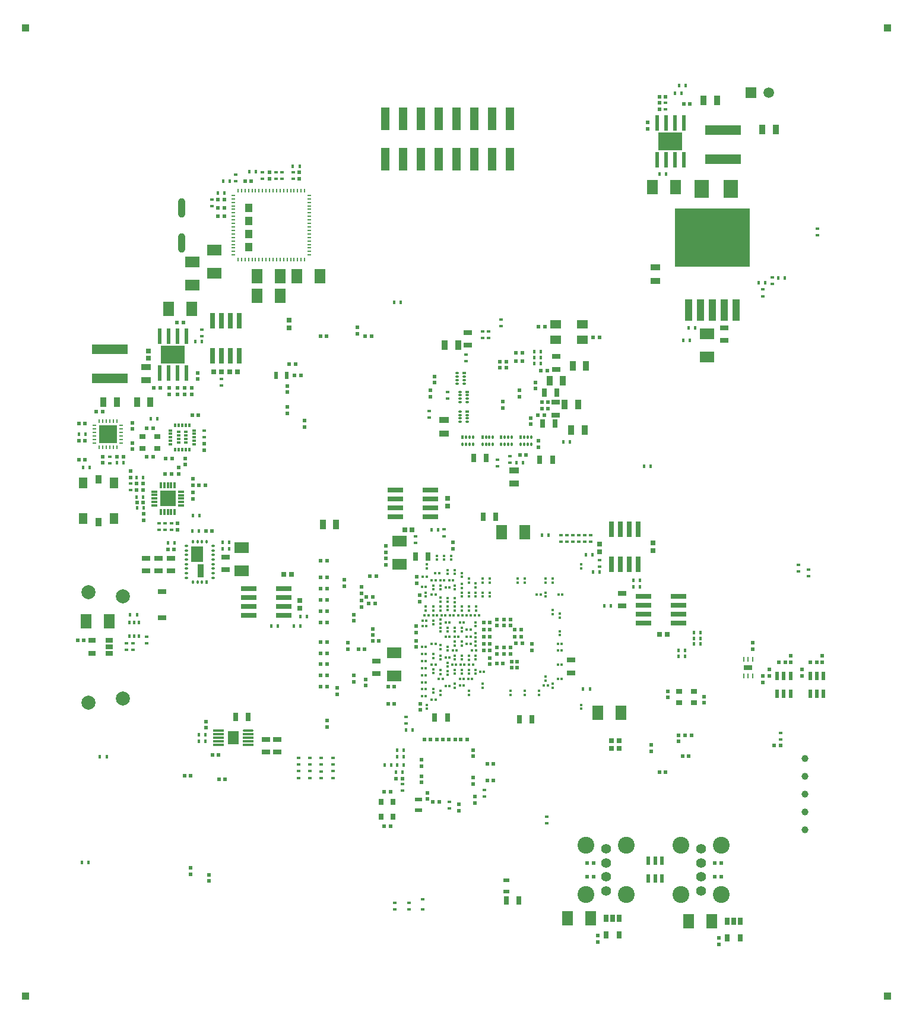
<source format=gbp>
G04 (created by PCBNEW (2013-07-07 BZR 4022)-stable) date 10/02/2015 04:29:17*
%MOIN*%
G04 Gerber Fmt 3.4, Leading zero omitted, Abs format*
%FSLAX34Y34*%
G01*
G70*
G90*
G04 APERTURE LIST*
%ADD10C,0.00590551*%
%ADD11R,0.0195X0.0195*%
%ADD12R,0.0392X0.0392*%
%ADD13R,0.0394X0.0217*%
%ADD14R,0.0217X0.0394*%
%ADD15R,0.0354331X0.019685*%
%ADD16R,0.0492126X0.0314961*%
%ADD17R,0.0314961X0.0492126*%
%ADD18R,0.023622X0.011811*%
%ADD19R,0.011811X0.023622*%
%ADD20R,0.0472X0.0591*%
%ADD21R,0.0354331X0.0472441*%
%ADD22R,0.0590551X0.0472441*%
%ADD23R,0.0118X0.0374*%
%ADD24R,0.0374X0.0118*%
%ADD25R,0.0886X0.0886*%
%ADD26R,0.0597X0.0597*%
%ADD27C,0.0597*%
%ADD28R,0.0137795X0.011811*%
%ADD29R,0.011811X0.0137795*%
%ADD30R,0.0276X0.0866*%
%ADD31R,0.0866X0.0276*%
%ADD32R,0.06X0.08*%
%ADD33R,0.08X0.06*%
%ADD34R,0.0708661X0.0885827*%
%ADD35R,0.0354331X0.0748031*%
%ADD36O,0.023622X0.011811*%
%ADD37O,0.011811X0.023622*%
%ADD38C,0.0787402*%
%ADD39R,0.0472441X0.0275591*%
%ADD40R,0.019685X0.015748*%
%ADD41R,0.0629921X0.011811*%
%ADD42O,0.0629921X0.011811*%
%ADD43R,0.061811X0.0740157*%
%ADD44R,0.0236X0.0472*%
%ADD45R,0.0275X0.0314*%
%ADD46R,0.0314X0.0275*%
%ADD47R,0.0195X0.0175*%
%ADD48R,0.0175X0.0195*%
%ADD49O,0.0235X0.0117*%
%ADD50R,0.0235X0.0117*%
%ADD51O,0.0117X0.0235*%
%ADD52R,0.0117X0.0235*%
%ADD53R,0.0275591X0.0393701*%
%ADD54R,0.0393701X0.0275591*%
%ADD55R,0.0787X0.0984*%
%ADD56R,0.0354X0.0551*%
%ADD57R,0.0236X0.0866*%
%ADD58R,0.1339X0.1008*%
%ADD59R,0.2039X0.0563*%
%ADD60R,0.0114X0.0283*%
%ADD61R,0.0472X0.0295*%
%ADD62R,0.042126X0.120079*%
%ADD63R,0.419685X0.329921*%
%ADD64R,0.0551X0.0354*%
%ADD65R,0.0165354X0.023622*%
%ADD66C,0.0393701*%
%ADD67C,0.0944882*%
%ADD68C,0.0551181*%
%ADD69O,0.023622X0.00984252*%
%ADD70O,0.00984252X0.023622*%
%ADD71R,0.0413386X0.0472441*%
%ADD72R,0.023622X0.00984252*%
%ADD73R,0.0354331X0.0259843*%
%ADD74R,0.0259843X0.0354331*%
%ADD75R,0.00984252X0.023622*%
%ADD76R,0.102362X0.102362*%
%ADD77R,0.0511811X0.125984*%
%ADD78O,0.0393701X0.110236*%
G04 APERTURE END LIST*
G54D10*
G54D11*
X77086Y-57539D03*
X77440Y-57539D03*
G54D12*
X67322Y-86220D03*
X115748Y-86220D03*
X115748Y-31889D03*
G54D13*
X89409Y-75792D03*
X89409Y-75192D03*
G54D14*
X81412Y-51377D03*
X82012Y-51377D03*
G54D15*
X94330Y-80354D03*
X94330Y-79724D03*
G54D16*
X75511Y-62362D03*
X75511Y-61653D03*
X74803Y-62362D03*
X74803Y-61653D03*
X74094Y-62362D03*
X74094Y-61653D03*
X78582Y-61574D03*
X78582Y-62283D03*
G54D17*
X94330Y-80866D03*
X95039Y-80866D03*
G54D18*
X75944Y-55157D03*
X75944Y-54763D03*
X75944Y-54566D03*
X75944Y-54960D03*
X76338Y-54763D03*
X76338Y-55157D03*
X76338Y-54566D03*
G54D19*
X75748Y-55541D03*
X75944Y-55541D03*
X76338Y-55541D03*
X76141Y-55541D03*
X76535Y-55541D03*
X76535Y-54183D03*
X76141Y-54183D03*
X76338Y-54183D03*
X75944Y-54183D03*
X75748Y-54183D03*
G54D18*
X76820Y-55255D03*
X76820Y-55059D03*
X76820Y-54665D03*
X76820Y-54862D03*
X76820Y-54468D03*
X75462Y-54468D03*
X75462Y-54862D03*
X75462Y-54665D03*
X75462Y-55059D03*
X75462Y-55255D03*
X76338Y-54960D03*
G54D20*
X72303Y-59425D03*
X72303Y-57425D03*
X70571Y-57425D03*
X70571Y-59425D03*
G54D21*
X71437Y-57224D03*
X71437Y-59625D03*
G54D22*
X97106Y-48523D03*
X97106Y-49389D03*
X98602Y-49389D03*
X98602Y-48523D03*
G54D23*
X75716Y-57539D03*
X75520Y-57539D03*
X75323Y-57539D03*
X75126Y-57539D03*
X74929Y-57539D03*
G54D24*
X74567Y-57901D03*
X74567Y-58098D03*
X74567Y-58295D03*
X74567Y-58492D03*
X74567Y-58688D03*
G54D23*
X74929Y-59055D03*
X75126Y-59055D03*
X75323Y-59055D03*
X75520Y-59055D03*
X75716Y-59055D03*
G54D24*
X76083Y-58692D03*
X76083Y-58496D03*
X76083Y-58299D03*
X76083Y-58102D03*
X76083Y-57905D03*
G54D25*
X75326Y-58299D03*
G54D26*
X108083Y-35511D03*
G54D27*
X109083Y-35511D03*
G54D28*
X91830Y-67903D03*
X91830Y-68120D03*
G54D29*
X90541Y-68405D03*
X90757Y-68405D03*
G54D28*
X91830Y-66328D03*
X91830Y-66545D03*
G54D29*
X91151Y-67224D03*
X90935Y-67224D03*
G54D28*
X90649Y-63179D03*
X90649Y-63395D03*
G54D29*
X89812Y-63257D03*
X89596Y-63257D03*
X91722Y-65255D03*
X91938Y-65255D03*
X92116Y-65649D03*
X92332Y-65649D03*
G54D28*
X95374Y-69301D03*
X95374Y-69084D03*
X94586Y-69084D03*
X94586Y-69301D03*
G54D29*
X90364Y-63681D03*
X90147Y-63681D03*
X91151Y-66043D03*
X90935Y-66043D03*
G54D28*
X92224Y-63001D03*
X92224Y-62785D03*
X89862Y-62214D03*
X89862Y-61998D03*
X90649Y-67116D03*
X90649Y-67332D03*
X93405Y-63001D03*
X93405Y-62785D03*
X96948Y-68907D03*
X96948Y-68690D03*
X93011Y-63001D03*
X93011Y-62785D03*
G54D29*
X91131Y-62893D03*
X91348Y-62893D03*
G54D28*
X95374Y-63001D03*
X95374Y-62785D03*
X96948Y-63001D03*
X96948Y-62785D03*
X96555Y-63001D03*
X96555Y-62785D03*
X94980Y-63001D03*
X94980Y-62785D03*
X93011Y-68690D03*
X93011Y-68907D03*
G54D29*
X97234Y-67618D03*
X97450Y-67618D03*
X97234Y-66830D03*
X97450Y-66830D03*
X97234Y-66437D03*
X97450Y-66437D03*
G54D28*
X98533Y-69872D03*
X98533Y-70088D03*
G54D29*
X91151Y-65255D03*
X90935Y-65255D03*
X91151Y-63287D03*
X90935Y-63287D03*
G54D28*
X92224Y-69084D03*
X92224Y-69301D03*
X90649Y-69084D03*
X90649Y-69301D03*
X91437Y-68907D03*
X91437Y-68690D03*
G54D29*
X97234Y-68405D03*
X97450Y-68405D03*
X91151Y-68809D03*
X90935Y-68809D03*
G54D28*
X91043Y-67726D03*
X91043Y-67509D03*
X91437Y-66328D03*
X91437Y-66545D03*
X89862Y-69872D03*
X89862Y-70088D03*
X96161Y-69084D03*
X96161Y-69301D03*
X96948Y-64773D03*
X96948Y-64557D03*
X97342Y-65738D03*
X97342Y-65954D03*
X97342Y-64970D03*
X97342Y-64753D03*
G54D29*
X97261Y-63669D03*
X97478Y-63669D03*
G54D28*
X98543Y-62214D03*
X98543Y-61998D03*
X91830Y-63789D03*
X91830Y-63572D03*
X96555Y-68297D03*
X96555Y-68513D03*
X96555Y-63789D03*
X96555Y-63572D03*
G54D29*
X91722Y-68405D03*
X91938Y-68405D03*
X96053Y-63681D03*
X96269Y-63681D03*
G54D28*
X92224Y-63789D03*
X92224Y-63572D03*
G54D29*
X91938Y-68799D03*
X91722Y-68799D03*
X96446Y-68799D03*
X96663Y-68799D03*
G54D30*
X79330Y-50275D03*
X78830Y-50275D03*
X78330Y-50275D03*
X77830Y-50275D03*
X77830Y-48306D03*
X78330Y-48306D03*
X78830Y-48306D03*
X79330Y-48306D03*
G54D31*
X81850Y-63346D03*
X81850Y-63846D03*
X81850Y-64346D03*
X81850Y-64846D03*
X79881Y-64846D03*
X79881Y-64346D03*
X79881Y-63846D03*
X79881Y-63346D03*
X90066Y-57811D03*
X90066Y-58311D03*
X90066Y-58811D03*
X90066Y-59311D03*
X88097Y-59311D03*
X88097Y-58811D03*
X88097Y-58311D03*
X88097Y-57811D03*
G54D30*
X101742Y-61978D03*
X101242Y-61978D03*
X100742Y-61978D03*
X100242Y-61978D03*
X100242Y-60009D03*
X100742Y-60009D03*
X101242Y-60009D03*
X101742Y-60009D03*
G54D16*
X106574Y-48720D03*
X106574Y-49429D03*
G54D32*
X80334Y-45826D03*
X81634Y-45826D03*
X80334Y-46929D03*
X81634Y-46929D03*
G54D33*
X76692Y-46319D03*
X76692Y-45019D03*
X77952Y-45650D03*
X77952Y-44350D03*
G54D34*
X76988Y-61407D03*
G54D35*
X77165Y-62362D03*
G54D36*
X77874Y-62490D03*
X77874Y-62746D03*
X77874Y-61978D03*
X77874Y-62234D03*
X77874Y-61722D03*
X77874Y-61466D03*
X76377Y-60954D03*
X76377Y-61210D03*
X76377Y-61722D03*
X76377Y-61466D03*
X76377Y-62490D03*
X76377Y-62746D03*
G54D37*
X77509Y-60708D03*
X77253Y-60708D03*
X76742Y-62992D03*
X76998Y-62992D03*
G54D36*
X77874Y-60954D03*
X77874Y-61210D03*
X76377Y-62234D03*
X76377Y-61978D03*
G54D37*
X77253Y-62992D03*
G54D19*
X77509Y-62992D03*
G54D37*
X76998Y-60708D03*
X76742Y-60708D03*
G54D11*
X75334Y-61141D03*
X75688Y-61141D03*
G54D17*
X79842Y-70551D03*
X79133Y-70551D03*
G54D16*
X81456Y-71811D03*
X81456Y-72519D03*
X80826Y-71811D03*
X80826Y-72519D03*
G54D28*
X91043Y-65757D03*
X91043Y-65541D03*
G54D29*
X91437Y-66043D03*
X91653Y-66043D03*
G54D28*
X90255Y-65364D03*
X90255Y-65147D03*
X89812Y-64576D03*
X89812Y-64360D03*
G54D29*
X89753Y-64862D03*
X89970Y-64862D03*
G54D28*
X91830Y-65757D03*
X91830Y-65541D03*
G54D29*
X90226Y-64862D03*
X90442Y-64862D03*
X90561Y-62500D03*
X90344Y-62500D03*
G54D28*
X91830Y-64360D03*
X91830Y-64576D03*
G54D29*
X91387Y-64862D03*
X91171Y-64862D03*
G54D28*
X90649Y-64576D03*
X90649Y-64360D03*
G54D29*
X91643Y-64862D03*
X91860Y-64862D03*
X90147Y-62893D03*
X90364Y-62893D03*
X89625Y-65147D03*
X89842Y-65147D03*
G54D28*
X91437Y-65757D03*
X91437Y-65541D03*
X90255Y-64576D03*
X90255Y-64360D03*
X91437Y-63179D03*
X91437Y-63395D03*
X91240Y-61515D03*
X91240Y-61732D03*
X90255Y-63179D03*
X90255Y-63395D03*
G54D29*
X90629Y-62893D03*
X90846Y-62893D03*
G54D28*
X91437Y-64104D03*
X91437Y-63887D03*
X90452Y-61515D03*
X90452Y-61732D03*
G54D29*
X89645Y-62696D03*
X89862Y-62696D03*
G54D28*
X91043Y-62519D03*
X91043Y-62303D03*
X89812Y-63789D03*
X89812Y-63572D03*
X90846Y-61515D03*
X90846Y-61732D03*
X91043Y-64566D03*
X91043Y-64350D03*
X92647Y-64576D03*
X92647Y-64360D03*
X93405Y-63572D03*
X93405Y-63789D03*
X93011Y-63572D03*
X93011Y-63789D03*
X92224Y-64576D03*
X92224Y-64360D03*
X92618Y-63277D03*
X92618Y-63061D03*
X92618Y-63789D03*
X92618Y-63572D03*
X91830Y-62480D03*
X91830Y-62696D03*
X91830Y-63316D03*
X91830Y-63100D03*
G54D29*
X92116Y-64862D03*
X92332Y-64862D03*
G54D28*
X91437Y-62519D03*
X91437Y-62303D03*
X90649Y-64074D03*
X90649Y-63858D03*
X91437Y-64576D03*
X91437Y-64360D03*
X90649Y-65757D03*
X90649Y-65541D03*
X91043Y-64094D03*
X91043Y-63877D03*
X91830Y-67332D03*
X91830Y-67116D03*
X92224Y-67342D03*
X92224Y-67125D03*
X91043Y-67982D03*
X91043Y-68198D03*
X92618Y-68120D03*
X92618Y-67903D03*
G54D29*
X89596Y-68996D03*
X89812Y-68996D03*
X92411Y-68405D03*
X92194Y-68405D03*
G54D28*
X90255Y-69192D03*
X90255Y-68976D03*
G54D29*
X93080Y-68011D03*
X92864Y-68011D03*
X90147Y-69586D03*
X90364Y-69586D03*
X89596Y-68208D03*
X89812Y-68208D03*
G54D28*
X92224Y-68120D03*
X92224Y-67903D03*
G54D29*
X91515Y-67618D03*
X91299Y-67618D03*
X92332Y-66437D03*
X92116Y-66437D03*
X92637Y-66830D03*
X92421Y-66830D03*
G54D28*
X92618Y-66072D03*
X92618Y-65856D03*
X92618Y-65236D03*
X92618Y-65452D03*
G54D29*
X92805Y-64862D03*
X92588Y-64862D03*
X90698Y-64862D03*
X90915Y-64862D03*
G54D28*
X92618Y-66545D03*
X92618Y-66328D03*
G54D29*
X89625Y-65452D03*
X89842Y-65452D03*
G54D28*
X90649Y-67933D03*
X90649Y-68149D03*
X91437Y-67332D03*
X91437Y-67116D03*
G54D29*
X89596Y-69389D03*
X89812Y-69389D03*
X89596Y-68602D03*
X89812Y-68602D03*
G54D28*
X92618Y-67116D03*
X92618Y-67332D03*
X91437Y-67903D03*
X91437Y-68120D03*
G54D29*
X89596Y-67814D03*
X89812Y-67814D03*
X91988Y-67618D03*
X91771Y-67618D03*
G54D28*
X91043Y-66830D03*
X91043Y-66614D03*
G54D29*
X89596Y-66633D03*
X89812Y-66633D03*
X90147Y-67618D03*
X90364Y-67618D03*
G54D28*
X90255Y-67244D03*
X90255Y-67027D03*
G54D29*
X89596Y-67421D03*
X89812Y-67421D03*
X90147Y-66437D03*
X90364Y-66437D03*
X92332Y-66043D03*
X92116Y-66043D03*
X91328Y-66830D03*
X91545Y-66830D03*
G54D28*
X90649Y-66742D03*
X90649Y-66525D03*
X90255Y-68090D03*
X90255Y-67874D03*
G54D29*
X89596Y-67027D03*
X89812Y-67027D03*
G54D28*
X90649Y-65088D03*
X90649Y-65305D03*
G54D29*
X92460Y-67618D03*
X92244Y-67618D03*
G54D38*
X70885Y-63562D03*
X72814Y-63799D03*
X72814Y-69507D03*
X70885Y-69744D03*
G54D39*
X75000Y-64980D03*
X75000Y-63523D03*
G54D40*
X89645Y-81348D03*
X89645Y-80777D03*
G54D41*
X78188Y-71318D03*
X78188Y-71515D03*
G54D42*
X79842Y-71318D03*
G54D41*
X79842Y-71515D03*
X79842Y-71712D03*
X79842Y-71909D03*
X79842Y-72106D03*
X78188Y-72106D03*
X78188Y-71909D03*
X78188Y-71712D03*
G54D43*
X79015Y-71712D03*
G54D44*
X102696Y-79606D03*
X102321Y-78606D03*
X103071Y-78606D03*
X102321Y-79606D03*
X102696Y-78606D03*
X103071Y-79606D03*
G54D11*
X95767Y-66456D03*
X95767Y-66810D03*
X89281Y-66633D03*
X89281Y-66279D03*
X89517Y-69803D03*
X89517Y-70157D03*
X91348Y-61121D03*
X91348Y-60767D03*
X89281Y-65452D03*
X89281Y-65806D03*
X89468Y-64074D03*
X89468Y-63720D03*
X89291Y-62697D03*
X89291Y-63051D03*
X78188Y-72696D03*
X77834Y-72696D03*
X75874Y-59700D03*
X75874Y-60054D03*
X75523Y-56905D03*
X75169Y-56905D03*
X76732Y-58306D03*
X76732Y-57952D03*
X76732Y-57539D03*
X76732Y-57185D03*
X75925Y-56909D03*
X75925Y-56555D03*
X82716Y-40354D03*
X82716Y-40000D03*
X94153Y-67559D03*
X93799Y-67559D03*
X94940Y-67795D03*
X94940Y-67441D03*
X94625Y-67795D03*
X94625Y-67441D03*
X94586Y-65078D03*
X94586Y-65432D03*
X94192Y-65078D03*
X94192Y-65432D03*
X93799Y-65078D03*
X93799Y-65432D03*
X95157Y-65649D03*
X94803Y-65649D03*
X95157Y-66043D03*
X94803Y-66043D03*
X95236Y-66427D03*
X94882Y-66427D03*
X94586Y-67007D03*
X94586Y-66653D03*
X93799Y-67007D03*
X93799Y-66653D03*
X94192Y-67007D03*
X94192Y-66653D03*
X93061Y-66437D03*
X93415Y-66437D03*
X93061Y-66830D03*
X93415Y-66830D03*
X93415Y-67244D03*
X93415Y-67598D03*
X93061Y-65246D03*
X93415Y-65246D03*
X93061Y-66043D03*
X93415Y-66043D03*
X93061Y-65649D03*
X93415Y-65649D03*
X94133Y-53208D03*
X94133Y-52854D03*
X95236Y-50590D03*
X94882Y-50590D03*
X88503Y-74015D03*
X88149Y-74015D03*
X90078Y-71811D03*
X89724Y-71811D03*
X92460Y-72401D03*
X92460Y-72755D03*
X93267Y-74133D03*
X93621Y-74133D03*
X89566Y-72952D03*
X89566Y-73306D03*
X93267Y-73188D03*
X93621Y-73188D03*
X92559Y-75019D03*
X92559Y-75373D03*
X89566Y-74232D03*
X89566Y-73878D03*
X91673Y-75452D03*
X91673Y-75806D03*
X89901Y-74803D03*
X89901Y-75157D03*
X90570Y-75314D03*
X90216Y-75314D03*
X91771Y-71811D03*
X92125Y-71811D03*
X92460Y-74310D03*
X92460Y-73956D03*
X90787Y-71811D03*
X90433Y-71811D03*
X91102Y-71811D03*
X91456Y-71811D03*
X82047Y-51968D03*
X82047Y-52322D03*
X76693Y-53622D03*
X77047Y-53622D03*
X73248Y-57106D03*
X73248Y-56752D03*
X73936Y-57460D03*
X73582Y-57460D03*
X73956Y-59153D03*
X73956Y-59507D03*
X78554Y-74066D03*
X78200Y-74066D03*
X76263Y-73854D03*
X76617Y-73854D03*
X76610Y-79385D03*
X76610Y-79031D03*
X77622Y-79759D03*
X77622Y-79405D03*
X87027Y-62637D03*
X86673Y-62637D03*
X77460Y-71161D03*
X77460Y-70807D03*
X99566Y-49251D03*
X99212Y-49251D03*
X86830Y-65610D03*
X86830Y-65964D03*
X96141Y-48661D03*
X96495Y-48661D03*
X84261Y-61771D03*
X83907Y-61771D03*
X95708Y-54123D03*
X95708Y-53769D03*
X96338Y-52893D03*
X96338Y-53247D03*
X84842Y-68927D03*
X84842Y-69281D03*
X78503Y-41968D03*
X78149Y-41968D03*
X104015Y-71574D03*
X104015Y-71928D03*
X102460Y-72480D03*
X102460Y-72126D03*
X103287Y-73641D03*
X102933Y-73641D03*
X104586Y-72755D03*
X104232Y-72755D03*
X73952Y-58515D03*
X73598Y-58515D03*
X70688Y-56102D03*
X70334Y-56102D03*
X104370Y-71574D03*
X104724Y-71574D03*
X78503Y-41515D03*
X78149Y-41515D03*
X72480Y-55944D03*
X72834Y-55944D03*
X71673Y-55945D03*
X71673Y-56299D03*
X70688Y-55039D03*
X70334Y-55039D03*
X70688Y-54074D03*
X70334Y-54074D03*
X71673Y-53405D03*
X71319Y-53405D03*
X73326Y-54389D03*
X73326Y-54035D03*
X73326Y-55177D03*
X73326Y-55531D03*
X73936Y-57814D03*
X73582Y-57814D03*
X84251Y-49192D03*
X83897Y-49192D03*
X86417Y-49192D03*
X86771Y-49192D03*
X87480Y-74763D03*
X87834Y-74763D03*
X87834Y-76692D03*
X87480Y-76692D03*
X82135Y-50757D03*
X82489Y-50757D03*
X82441Y-51377D03*
X82795Y-51377D03*
X85980Y-49035D03*
X85980Y-48681D03*
X82992Y-54271D03*
X82992Y-53917D03*
X105433Y-69405D03*
X105433Y-69759D03*
X106039Y-79519D03*
X106393Y-79519D03*
X106035Y-78755D03*
X106389Y-78755D03*
X99236Y-78740D03*
X98882Y-78740D03*
X99239Y-79531D03*
X98885Y-79531D03*
X109724Y-72165D03*
X109370Y-72165D03*
X103409Y-69460D03*
X103409Y-69106D03*
X82047Y-53149D03*
X82047Y-53503D03*
X95236Y-50118D03*
X94882Y-50118D03*
X96623Y-51112D03*
X96269Y-51112D03*
X96102Y-53622D03*
X96456Y-53622D03*
X95984Y-52125D03*
X95984Y-51771D03*
X95078Y-52234D03*
X95078Y-52588D03*
X96151Y-55059D03*
X96151Y-55413D03*
X96673Y-52893D03*
X96673Y-53247D03*
X94330Y-50944D03*
X93976Y-50944D03*
X75570Y-56043D03*
X75216Y-56043D03*
X76318Y-56043D03*
X76318Y-56397D03*
X77381Y-55216D03*
X77381Y-55570D03*
X94330Y-50610D03*
X93976Y-50610D03*
X84261Y-63346D03*
X83907Y-63346D03*
X84261Y-63976D03*
X83907Y-63976D03*
X85787Y-64803D03*
X85787Y-65157D03*
X86968Y-64192D03*
X86614Y-64192D03*
X86210Y-64369D03*
X86210Y-64015D03*
X84261Y-64606D03*
X83907Y-64606D03*
X84261Y-65236D03*
X83907Y-65236D03*
X85433Y-66751D03*
X85433Y-66397D03*
X85246Y-63208D03*
X85246Y-62854D03*
X86437Y-68445D03*
X86437Y-68799D03*
X84261Y-66968D03*
X83907Y-66968D03*
X84261Y-70748D03*
X84261Y-71102D03*
X84261Y-66338D03*
X83907Y-66338D03*
X84261Y-67598D03*
X83907Y-67598D03*
X84261Y-62716D03*
X83907Y-62716D03*
X84261Y-68228D03*
X83907Y-68228D03*
X86840Y-63818D03*
X86486Y-63818D03*
X86200Y-63267D03*
X86200Y-63621D03*
X87559Y-62007D03*
X87559Y-61653D03*
X77460Y-60118D03*
X77814Y-60118D03*
X87697Y-69803D03*
X88051Y-69803D03*
X78503Y-42460D03*
X78149Y-42460D03*
X79665Y-40472D03*
X80019Y-40472D03*
X81043Y-40354D03*
X81043Y-40000D03*
X87697Y-68858D03*
X88051Y-68858D03*
X86377Y-66751D03*
X86023Y-66751D03*
X87184Y-66299D03*
X86830Y-66299D03*
X87559Y-60964D03*
X87559Y-61318D03*
X84261Y-68858D03*
X83907Y-68858D03*
G54D45*
X78325Y-51200D03*
X77895Y-51200D03*
G54D46*
X82755Y-64447D03*
X82755Y-64017D03*
G54D45*
X81832Y-62559D03*
X82262Y-62559D03*
G54D46*
X102559Y-61209D03*
X102559Y-60779D03*
X99586Y-61297D03*
X99586Y-60867D03*
X91023Y-58288D03*
X91023Y-58718D03*
G54D45*
X89053Y-60039D03*
X88623Y-60039D03*
G54D46*
X82145Y-48718D03*
X82145Y-48288D03*
G54D45*
X78820Y-51200D03*
X79250Y-51200D03*
G54D46*
X100255Y-72301D03*
X100255Y-71871D03*
X100688Y-72301D03*
X100688Y-71871D03*
G54D47*
X88858Y-81366D03*
X88858Y-80996D03*
X88070Y-81366D03*
X88070Y-80996D03*
G54D48*
X78397Y-61102D03*
X78767Y-61102D03*
X78818Y-40480D03*
X78448Y-40480D03*
G54D47*
X79153Y-40110D03*
X79153Y-40480D03*
G54D48*
X104559Y-48720D03*
X104929Y-48720D03*
X104283Y-49429D03*
X104653Y-49429D03*
X82393Y-65452D03*
X82763Y-65452D03*
X81503Y-65452D03*
X81133Y-65452D03*
X82767Y-64921D03*
X83137Y-64921D03*
G54D47*
X78326Y-51586D03*
X78326Y-51956D03*
G54D48*
X77251Y-49468D03*
X76881Y-49468D03*
G54D47*
X77244Y-49181D03*
X77244Y-48811D03*
G54D48*
X88570Y-73248D03*
X88200Y-73248D03*
G54D47*
X73366Y-66799D03*
X73366Y-66429D03*
X72992Y-66799D03*
X72992Y-66429D03*
X75523Y-60059D03*
X75523Y-59689D03*
X75161Y-60062D03*
X75161Y-59692D03*
X74826Y-60062D03*
X74826Y-59692D03*
G54D48*
X73594Y-58818D03*
X73964Y-58818D03*
X88200Y-72421D03*
X88570Y-72421D03*
X88200Y-72795D03*
X88570Y-72795D03*
G54D47*
X94035Y-48259D03*
X94035Y-48629D03*
X94527Y-56287D03*
X94527Y-55917D03*
X91043Y-52315D03*
X91043Y-52685D03*
X93848Y-56114D03*
X93848Y-56484D03*
G54D48*
X97535Y-55102D03*
X97905Y-55102D03*
X95917Y-50708D03*
X96287Y-50708D03*
G54D47*
X93346Y-49299D03*
X93346Y-48929D03*
X93011Y-49299D03*
X93011Y-48929D03*
X90003Y-53381D03*
X90003Y-53751D03*
X92086Y-50578D03*
X92086Y-50208D03*
G54D48*
X96287Y-50039D03*
X95917Y-50039D03*
X96287Y-50374D03*
X95917Y-50374D03*
G54D47*
X109724Y-71448D03*
X109724Y-71818D03*
X97736Y-60716D03*
X97736Y-60346D03*
X98070Y-60346D03*
X98070Y-60716D03*
X97401Y-60346D03*
X97401Y-60716D03*
G54D48*
X95263Y-56279D03*
X94893Y-56279D03*
G54D47*
X99074Y-60716D03*
X99074Y-60346D03*
X98405Y-60716D03*
X98405Y-60346D03*
X98740Y-60716D03*
X98740Y-60346D03*
G54D48*
X73582Y-58208D03*
X73952Y-58208D03*
G54D47*
X89232Y-60425D03*
X89232Y-60795D03*
G54D48*
X99181Y-61456D03*
X98811Y-61456D03*
G54D47*
X96594Y-76153D03*
X96594Y-76523D03*
X99586Y-62114D03*
X99586Y-61744D03*
G54D48*
X90519Y-60039D03*
X90149Y-60039D03*
X99584Y-62421D03*
X99214Y-62421D03*
G54D47*
X90846Y-60031D03*
X90846Y-60401D03*
G54D48*
X77078Y-71909D03*
X77448Y-71909D03*
X77078Y-71555D03*
X77448Y-71555D03*
X104874Y-65826D03*
X105244Y-65826D03*
X104874Y-66141D03*
X105244Y-66141D03*
X104007Y-67145D03*
X104377Y-67145D03*
X104007Y-66830D03*
X104377Y-66830D03*
X99023Y-68996D03*
X98653Y-68996D03*
X109598Y-45905D03*
X109968Y-45905D03*
G54D47*
X109271Y-46267D03*
X109271Y-45897D03*
X108740Y-46566D03*
X108740Y-46936D03*
G54D48*
X108866Y-46200D03*
X108496Y-46200D03*
G54D47*
X111811Y-43161D03*
X111811Y-43531D03*
G54D48*
X104874Y-66456D03*
X105244Y-66456D03*
X78767Y-60748D03*
X78397Y-60748D03*
X78141Y-41141D03*
X78511Y-41141D03*
G54D47*
X81751Y-40362D03*
X81751Y-39992D03*
X82362Y-40362D03*
X82362Y-39992D03*
G54D48*
X82724Y-39665D03*
X82354Y-39665D03*
X80283Y-39960D03*
X79913Y-39960D03*
G54D47*
X77795Y-41527D03*
X77795Y-41897D03*
X81397Y-39992D03*
X81397Y-40362D03*
G54D48*
X75326Y-60787D03*
X75696Y-60787D03*
X76704Y-60118D03*
X77074Y-60118D03*
X101838Y-62874D03*
X101468Y-62874D03*
X70877Y-78716D03*
X70507Y-78716D03*
X88141Y-73641D03*
X88511Y-73641D03*
X89082Y-71283D03*
X88712Y-71283D03*
G54D47*
X88712Y-70559D03*
X88712Y-70929D03*
X93090Y-74637D03*
X93090Y-75007D03*
X91141Y-75307D03*
X91141Y-75677D03*
G54D48*
X71519Y-72783D03*
X71889Y-72783D03*
X87866Y-73251D03*
X87496Y-73251D03*
G54D47*
X84598Y-73968D03*
X84598Y-73598D03*
X83944Y-73972D03*
X83944Y-73602D03*
X83944Y-72842D03*
X83944Y-73212D03*
X83295Y-73968D03*
X83295Y-73598D03*
X83299Y-72842D03*
X83299Y-73212D03*
X82677Y-73968D03*
X82677Y-73598D03*
X82677Y-72846D03*
X82677Y-73216D03*
X84602Y-72842D03*
X84602Y-73212D03*
G54D48*
X77094Y-59251D03*
X76724Y-59251D03*
G54D47*
X77381Y-54480D03*
X77381Y-54850D03*
G54D48*
X70933Y-56535D03*
X70563Y-56535D03*
G54D47*
X73248Y-57452D03*
X73248Y-57822D03*
X88503Y-74692D03*
X88503Y-74322D03*
G54D48*
X73944Y-57106D03*
X73574Y-57106D03*
G54D49*
X91751Y-52303D03*
X91751Y-52500D03*
X91751Y-52893D03*
X92145Y-52893D03*
G54D50*
X92145Y-52303D03*
G54D49*
X91751Y-52696D03*
X92145Y-52696D03*
X92145Y-52500D03*
X91584Y-51260D03*
X91584Y-51457D03*
X91584Y-51850D03*
X91978Y-51850D03*
G54D50*
X91978Y-51260D03*
G54D49*
X91584Y-51653D03*
X91978Y-51653D03*
X91978Y-51457D03*
G54D51*
X95138Y-55256D03*
X95335Y-55256D03*
X95728Y-55256D03*
X95728Y-54862D03*
G54D52*
X95138Y-54862D03*
G54D51*
X95531Y-55256D03*
X95531Y-54862D03*
X95335Y-54862D03*
X94055Y-55256D03*
X94252Y-55256D03*
X94645Y-55256D03*
X94645Y-54862D03*
G54D52*
X94055Y-54862D03*
G54D51*
X94448Y-55256D03*
X94448Y-54862D03*
X94252Y-54862D03*
X92992Y-55256D03*
X93189Y-55256D03*
X93582Y-55256D03*
X93582Y-54862D03*
G54D52*
X92992Y-54862D03*
G54D51*
X93385Y-55256D03*
X93385Y-54862D03*
X93189Y-54862D03*
X91870Y-55256D03*
X92067Y-55256D03*
X92460Y-55256D03*
X92460Y-54862D03*
G54D52*
X91870Y-54862D03*
G54D51*
X92263Y-55256D03*
X92263Y-54862D03*
X92067Y-54862D03*
G54D49*
X91741Y-53405D03*
X91741Y-53602D03*
X91741Y-53995D03*
X92135Y-53995D03*
G54D50*
X92135Y-53405D03*
G54D49*
X91741Y-53798D03*
X92135Y-53798D03*
X92135Y-53602D03*
G54D11*
X85787Y-68228D03*
X85787Y-68582D03*
G54D53*
X100688Y-81850D03*
X100314Y-81850D03*
X99940Y-81850D03*
X100688Y-82795D03*
X99940Y-82795D03*
X107480Y-82007D03*
X107106Y-82007D03*
X106732Y-82007D03*
X107480Y-82952D03*
X106732Y-82952D03*
G54D54*
X72027Y-66988D03*
X72027Y-66614D03*
X72027Y-66240D03*
X71082Y-66988D03*
X71082Y-66240D03*
G54D32*
X99087Y-81850D03*
X97787Y-81850D03*
X105858Y-82027D03*
X104558Y-82027D03*
G54D11*
X99488Y-82815D03*
X99488Y-83169D03*
X70610Y-66240D03*
X70256Y-66240D03*
X106275Y-82964D03*
X106275Y-83318D03*
G54D32*
X72027Y-65196D03*
X70727Y-65196D03*
G54D55*
X106933Y-40913D03*
X105319Y-40913D03*
G54D56*
X106162Y-35944D03*
X105412Y-35944D03*
G54D47*
X103287Y-36444D03*
X103287Y-36074D03*
G54D48*
X103295Y-40078D03*
X102925Y-40078D03*
X104397Y-35118D03*
X104027Y-35118D03*
X103791Y-35551D03*
X104161Y-35551D03*
G54D57*
X104291Y-39271D03*
X103791Y-39271D03*
X103291Y-39271D03*
X102791Y-39271D03*
X102791Y-37204D03*
X103291Y-37204D03*
X103791Y-37204D03*
X104291Y-37204D03*
G54D58*
X103541Y-38238D03*
G54D32*
X103838Y-40826D03*
X102538Y-40826D03*
G54D11*
X102952Y-36436D03*
X102952Y-36082D03*
X102263Y-37185D03*
X102263Y-37539D03*
X104291Y-36161D03*
X104645Y-36161D03*
X103287Y-35748D03*
X102933Y-35748D03*
G54D59*
X106496Y-37608D03*
X106496Y-39242D03*
G54D56*
X108719Y-37598D03*
X109469Y-37598D03*
G54D44*
X111771Y-69240D03*
X111396Y-68240D03*
X112146Y-68240D03*
X111396Y-69240D03*
X111771Y-68240D03*
X112146Y-69240D03*
G54D11*
X112086Y-67480D03*
X112086Y-67126D03*
G54D60*
X108169Y-68257D03*
X107913Y-68257D03*
X107657Y-68257D03*
X107657Y-67324D03*
X107913Y-67324D03*
X108169Y-67324D03*
G54D61*
X107913Y-67790D03*
G54D11*
X108169Y-66751D03*
X108169Y-66397D03*
X108740Y-68248D03*
X108740Y-68602D03*
X110944Y-68247D03*
X110944Y-67893D03*
X111771Y-67480D03*
X111417Y-67480D03*
G54D44*
X109921Y-69240D03*
X109546Y-68240D03*
X110296Y-68240D03*
X109546Y-69240D03*
X109921Y-68240D03*
X110296Y-69240D03*
G54D11*
X110314Y-67480D03*
X110314Y-67126D03*
X109999Y-67480D03*
X109645Y-67480D03*
X109094Y-68247D03*
X109094Y-67893D03*
G54D12*
X67322Y-31889D03*
G54D47*
X110748Y-62389D03*
X110748Y-62019D03*
G54D48*
X88393Y-47283D03*
X88023Y-47283D03*
G54D62*
X104566Y-47716D03*
X105236Y-47716D03*
X107244Y-47716D03*
X106574Y-47716D03*
X105905Y-47716D03*
G54D63*
X105905Y-43659D03*
G54D57*
X74862Y-49177D03*
X75362Y-49177D03*
X75862Y-49177D03*
X76362Y-49177D03*
X76362Y-51244D03*
X75862Y-51244D03*
X75362Y-51244D03*
X74862Y-51244D03*
G54D58*
X75612Y-50210D03*
G54D32*
X75373Y-47637D03*
X76673Y-47637D03*
G54D56*
X72461Y-52874D03*
X71711Y-52874D03*
G54D46*
X74232Y-50431D03*
X74232Y-50001D03*
G54D11*
X75858Y-52090D03*
X75858Y-52444D03*
X76267Y-52082D03*
X76267Y-52436D03*
X75850Y-48401D03*
X76204Y-48401D03*
X76992Y-51244D03*
X76992Y-51598D03*
X75389Y-52090D03*
X75389Y-52444D03*
X76677Y-52444D03*
X76677Y-52090D03*
X74547Y-52078D03*
X74901Y-52078D03*
G54D64*
X74114Y-51654D03*
X74114Y-50904D03*
G54D56*
X74351Y-52874D03*
X73601Y-52874D03*
G54D64*
X102716Y-45333D03*
X102716Y-46083D03*
G54D33*
X105590Y-49035D03*
X105590Y-50335D03*
G54D47*
X111299Y-62295D03*
X111299Y-62665D03*
G54D48*
X102059Y-56496D03*
X102429Y-56496D03*
G54D47*
X74133Y-66035D03*
X74133Y-66405D03*
G54D48*
X73220Y-64803D03*
X73590Y-64803D03*
G54D65*
X73700Y-66003D03*
X73444Y-66003D03*
X73188Y-66003D03*
X73188Y-65255D03*
X73700Y-65255D03*
X73444Y-65255D03*
G54D11*
X95098Y-55846D03*
X95452Y-55846D03*
G54D47*
X72066Y-55937D03*
X72066Y-56307D03*
G54D48*
X72842Y-56299D03*
X72472Y-56299D03*
G54D66*
X111102Y-72881D03*
X111102Y-73881D03*
X111102Y-74881D03*
X111102Y-75881D03*
X111102Y-76881D03*
G54D67*
X106417Y-77755D03*
X104133Y-77755D03*
X106417Y-80511D03*
X104133Y-80511D03*
G54D68*
X105275Y-77952D03*
X105275Y-78740D03*
X105275Y-79527D03*
X105275Y-80314D03*
G54D67*
X101082Y-77755D03*
X98799Y-77755D03*
X101082Y-80511D03*
X98799Y-80511D03*
G54D68*
X99940Y-77952D03*
X99940Y-78740D03*
X99940Y-79527D03*
X99940Y-80314D03*
G54D69*
X79015Y-42066D03*
X79015Y-42263D03*
X79015Y-42460D03*
X79015Y-42657D03*
X83267Y-44429D03*
X83267Y-44625D03*
X83267Y-44232D03*
X83267Y-44035D03*
G54D70*
X80846Y-41023D03*
X81043Y-41023D03*
X81437Y-41023D03*
X81240Y-41023D03*
X80255Y-44881D03*
X80059Y-44881D03*
X79665Y-44881D03*
X79862Y-44881D03*
G54D71*
X79870Y-44173D03*
X79870Y-43448D03*
X79870Y-42000D03*
G54D70*
X80649Y-41023D03*
X80452Y-41023D03*
G54D69*
X79015Y-42854D03*
X79015Y-43051D03*
G54D70*
X80452Y-44881D03*
X80649Y-44881D03*
X82421Y-44881D03*
X82224Y-44881D03*
X82027Y-44881D03*
X81830Y-44881D03*
X81633Y-44881D03*
X81437Y-44881D03*
X81240Y-44881D03*
X81043Y-44881D03*
X80846Y-44881D03*
X79468Y-44881D03*
X79271Y-44881D03*
X83011Y-44881D03*
X82814Y-44881D03*
X82618Y-44881D03*
G54D69*
X79015Y-43838D03*
X79015Y-43641D03*
X79015Y-43444D03*
X79015Y-43248D03*
X79015Y-41870D03*
X79015Y-41673D03*
X79015Y-41476D03*
X79015Y-41279D03*
X79015Y-44625D03*
X79015Y-44429D03*
X79015Y-44232D03*
X79015Y-44035D03*
G54D70*
X79271Y-41023D03*
X79468Y-41023D03*
X79665Y-41023D03*
X79862Y-41023D03*
X80059Y-41023D03*
X80255Y-41023D03*
X81633Y-41023D03*
X81830Y-41023D03*
X82027Y-41023D03*
X82224Y-41023D03*
X82421Y-41023D03*
X82618Y-41023D03*
X82814Y-41023D03*
X83011Y-41023D03*
G54D72*
X83267Y-41279D03*
G54D69*
X83267Y-41476D03*
X83267Y-41673D03*
X83267Y-41870D03*
X83267Y-42066D03*
X83267Y-42263D03*
X83267Y-42460D03*
X83267Y-42657D03*
X83267Y-42854D03*
X83267Y-43051D03*
X83267Y-43248D03*
X83267Y-43444D03*
X83267Y-43641D03*
X83267Y-43838D03*
G54D71*
X79870Y-42724D03*
G54D48*
X70696Y-54685D03*
X70326Y-54685D03*
X74751Y-53818D03*
X74381Y-53818D03*
G54D17*
X93740Y-59318D03*
X93031Y-59318D03*
G54D16*
X87047Y-67417D03*
X87047Y-68125D03*
G54D17*
X89232Y-61535D03*
X89940Y-61535D03*
X95767Y-70688D03*
X95059Y-70688D03*
X91023Y-70590D03*
X90314Y-70590D03*
G54D16*
X97972Y-67362D03*
X97972Y-68070D03*
X100826Y-64330D03*
X100826Y-63622D03*
G54D73*
X74744Y-54830D03*
X73917Y-54830D03*
X73917Y-55484D03*
X74744Y-55484D03*
G54D33*
X88035Y-66944D03*
X88035Y-68244D03*
G54D32*
X99487Y-70334D03*
X100787Y-70334D03*
G54D33*
X88346Y-61968D03*
X88346Y-60668D03*
G54D32*
X95362Y-60173D03*
X94062Y-60173D03*
G54D73*
X104877Y-69106D03*
X104051Y-69106D03*
X104051Y-69759D03*
X104877Y-69759D03*
G54D74*
X87311Y-75314D03*
X87311Y-76141D03*
X87964Y-76141D03*
X87964Y-75314D03*
G54D11*
X74153Y-55964D03*
X74507Y-55964D03*
X74507Y-54350D03*
X74153Y-54350D03*
G54D56*
X97979Y-54452D03*
X98729Y-54452D03*
X98065Y-50850D03*
X98815Y-50850D03*
X96766Y-51673D03*
X97516Y-51673D03*
X97617Y-53011D03*
X98367Y-53011D03*
G54D17*
X93208Y-56023D03*
X92500Y-56023D03*
G54D16*
X92185Y-49685D03*
X92185Y-48976D03*
G54D17*
X96220Y-56102D03*
X96929Y-56102D03*
X96358Y-54086D03*
X97066Y-54086D03*
G54D16*
X97145Y-51043D03*
X97145Y-50334D03*
G54D17*
X96468Y-52338D03*
X97177Y-52338D03*
G54D56*
X84034Y-59763D03*
X84784Y-59763D03*
G54D64*
X90826Y-53896D03*
X90826Y-54646D03*
G54D56*
X90884Y-49696D03*
X91634Y-49696D03*
G54D64*
X94763Y-57461D03*
X94763Y-56711D03*
G54D48*
X96696Y-60350D03*
X96326Y-60350D03*
G54D59*
X72086Y-51564D03*
X72086Y-49930D03*
G54D31*
X102047Y-65275D03*
X102047Y-64775D03*
X102047Y-64275D03*
X102047Y-63775D03*
X104016Y-63775D03*
X104016Y-64275D03*
X104016Y-64775D03*
X104016Y-65275D03*
G54D48*
X100204Y-64330D03*
X99834Y-64330D03*
X101468Y-63267D03*
X101838Y-63267D03*
G54D45*
X102934Y-65905D03*
X103364Y-65905D03*
G54D32*
X82558Y-45826D03*
X83858Y-45826D03*
G54D47*
X80629Y-39992D03*
X80629Y-40362D03*
G54D33*
X79488Y-61042D03*
X79488Y-62342D03*
G54D75*
X71476Y-55433D03*
X71673Y-55433D03*
X71870Y-55433D03*
X72066Y-55433D03*
X72263Y-55433D03*
X72460Y-55433D03*
X72460Y-53937D03*
X72263Y-53937D03*
X72066Y-53937D03*
X71870Y-53937D03*
X71673Y-53937D03*
X71476Y-53937D03*
G54D72*
X71220Y-55177D03*
X71220Y-54980D03*
X71220Y-54783D03*
X71220Y-54586D03*
X71220Y-54389D03*
X71220Y-54192D03*
X72716Y-55177D03*
X72716Y-54980D03*
X72716Y-54783D03*
X72716Y-54586D03*
X72716Y-54389D03*
X72716Y-54192D03*
G54D76*
X71968Y-54685D03*
G54D11*
X90078Y-52224D03*
X90078Y-52578D03*
X90314Y-51791D03*
X90314Y-51437D03*
G54D16*
X97106Y-52893D03*
X97106Y-53602D03*
G54D77*
X87523Y-36968D03*
X88523Y-36968D03*
X89523Y-36968D03*
X90523Y-36968D03*
X91523Y-36968D03*
X92523Y-36968D03*
X93523Y-36968D03*
X94523Y-36968D03*
X87523Y-39251D03*
X88523Y-39251D03*
X89523Y-39251D03*
X90523Y-39251D03*
X91523Y-39251D03*
X92523Y-39251D03*
X93523Y-39251D03*
X94523Y-39251D03*
G54D78*
X76102Y-43937D03*
X76102Y-41968D03*
M02*

</source>
